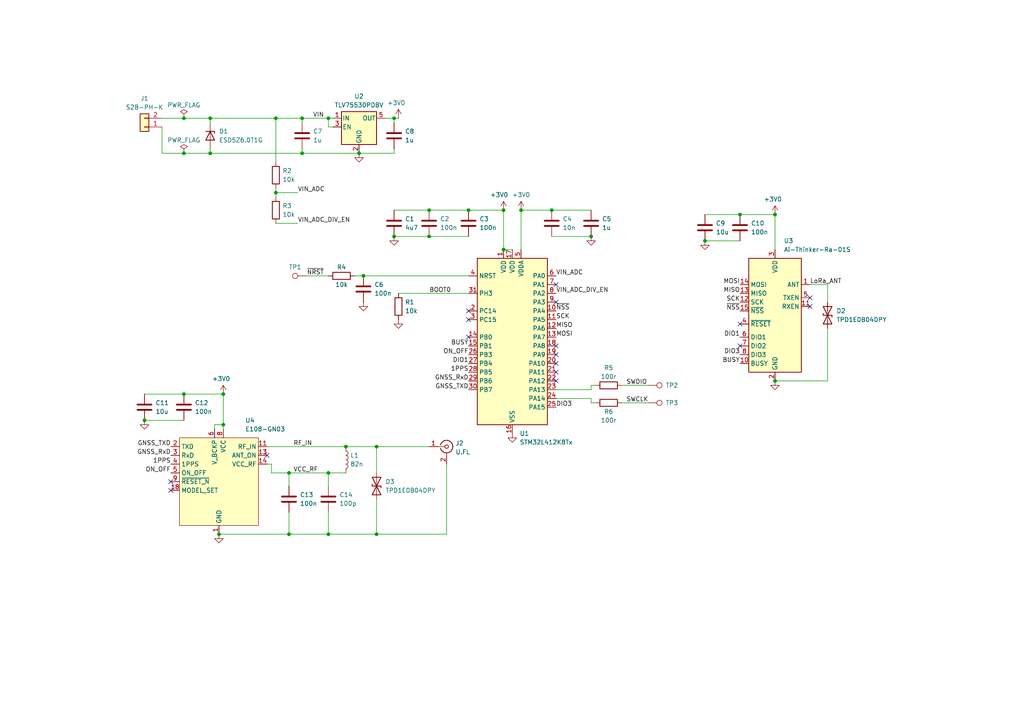
<source format=kicad_sch>
(kicad_sch (version 20250114) (generator "eeschema") (generator_version "9.0")
  (paper "A4")
  (title_block (title "CatLink Tracker") (date "2025-08-31") (rev "v0.2"))
  (lib_symbols
    (symbol "Connector:Conn_Coaxial" (pin_names (offset 1.016) (hide yes))
      (property "Reference" "J" (at 0.254 3.048 0))
      (property "Value" "Conn_Coaxial" (at 2.921 0 90))
      (symbol "Conn_Coaxial_0_1"
        (polyline (pts (xy -2.54 0) (xy -0.508 0)))
        (arc (start 1.778 0) (mid 0.222 -1.8079) (end -1.778 -0.508) (stroke (width 0.254)))
        (arc (start -1.778 0.508) (mid 0.2221 1.8084) (end 1.778 0) (stroke (width 0.254)))
        (circle (center 0 0) (radius 0.508) (stroke (width 0.2032)))
        (polyline (pts (xy 0 -2.54) (xy 0 -1.778)))
      )
      (symbol "Conn_Coaxial_1_1"
        (pin passive line (at -5.08 0 0) (length 2.54) (name "In") (number "1"))
        (pin passive line (at 0 -5.08 90) (length 2.54) (name "Ext") (number "2"))
      )
    )
    (symbol "Connector:TestPoint" (pin_numbers (hide yes)) (pin_names (offset 0.762) (hide yes))
      (property "Reference" "TP" (at 0 6.858 0))
      (property "Value" "TestPoint" (at 0 5.08 0))
      (symbol "TestPoint_0_1"
        (circle (center 0 3.302) (radius 0.762))
      )
      (symbol "TestPoint_1_1"
        (pin passive line (at 0 0 90) (length 2.54) (name "1") (number "1"))
      )
    )
    (symbol "Connector_Generic:Conn_01x02" (pin_names (offset 1.016) (hide yes))
      (property "Reference" "J" (at 0 2.54 0))
      (property "Value" "Conn_01x02" (at 0 -5.08 0))
      (symbol "Conn_01x02_1_1"
        (rectangle (start -1.27 1.27) (end 1.27 -3.81) (stroke (width 0.254)) (fill (type background)))
        (rectangle (start -1.27 0.127) (end 0 -0.127) (stroke (width 0.1524)))
        (rectangle (start -1.27 -2.413) (end 0 -2.667) (stroke (width 0.1524)))
        (pin passive line (at -5.08 0 0) (length 3.81) (name "Pin_1") (number "1"))
        (pin passive line (at -5.08 -2.54 0) (length 3.81) (name "Pin_2") (number "2"))
      )
    )
    (symbol "Custom:Ai-Thinker-Ra-01S"
      (property "Reference" "U" (at -7.62 17.78 0))
      (property "Value" "Ai-Thinker-Ra-01S" (at 13.462 17.78 0))
      (symbol "Ai-Thinker-Ra-01S_0_1"
        (rectangle (start -7.62 16.51) (end 7.62 -16.51) (stroke (width 0.254)) (fill (type background)))
      )
      (symbol "Ai-Thinker-Ra-01S_1_0"
        (pin passive line (at 10.16 8.89 180) (length 2.54) (name "ANT") (number "1"))
      )
      (symbol "Ai-Thinker-Ra-01S_1_1"
        (pin input line (at -10.16 8.89 0) (length 2.54) (name "MOSI") (number "14"))
        (pin output line (at -10.16 6.35 0) (length 2.54) (name "MISO") (number "13"))
        (pin input line (at -10.16 3.81 0) (length 2.54) (name "SCK") (number "12"))
        (pin input line (at -10.16 1.27 0) (length 2.54) (name "~{NSS}") (number "15"))
        (pin input line (at -10.16 -2.54 0) (length 2.54) (name "~{RESET}") (number "4"))
        (pin output line (at -10.16 -6.35 0) (length 2.54) (name "DIO1") (number "6"))
        (pin bidirectional line (at -10.16 -8.89 0) (length 2.54) (name "DIO2") (number "7"))
        (pin output line (at -10.16 -11.43 0) (length 2.54) (name "DIO3") (number "8"))
        (pin output line (at -10.16 -13.97 0) (length 2.54) (name "BUSY") (number "10"))
        (pin power_in line (at 0 19.05 270) (length 2.54) (name "VDD") (number "3"))
        (pin passive line (at 0 -19.05 90) (length 2.54) (hide yes) (name "GND") (number "16"))
        (pin power_in line (at 0 -19.05 90) (length 2.54) (name "GND") (number "2"))
        (pin passive line (at 0 -19.05 90) (length 2.54) (hide yes) (name "GND") (number "9"))
        (pin bidirectional line (at 10.16 5.08 180) (length 2.54) (name "TXEN") (number "5"))
        (pin bidirectional line (at 10.16 2.54 180) (length 2.54) (name "RXEN") (number "11"))
      )
    )
    (symbol "Custom:E108-GN03"
      (property "Reference" "U" (at -11.43 13.97 0))
      (property "Value" "E108-GN03" (at 13.97 13.97 0))
      (symbol "E108-GN03_1_0"
        (pin no_connect line (at 13.97 2.54 180) (length 2.54) (hide yes) (name "NC") (number "7"))
        (pin no_connect line (at 13.97 0 180) (length 2.54) (hide yes) (name "NC") (number "15"))
        (pin no_connect line (at 13.97 -2.54 180) (length 2.54) (hide yes) (name "NC") (number "16"))
        (pin no_connect line (at 13.97 -5.08 180) (length 2.54) (hide yes) (name "NC") (number "17"))
      )
      (symbol "E108-GN03_1_1"
        (rectangle (start -11.43 12.7) (end 11.43 -12.7) (fill (type color) (color 255 255 194 1)))
        (pin output line (at -13.97 10.16 0) (length 2.54) (name "TXD") (number "2"))
        (pin input line (at -13.97 7.62 0) (length 2.54) (name "RxD") (number "3"))
        (pin output line (at -13.97 5.08 0) (length 2.54) (name "1PPS") (number "4"))
        (pin input line (at -13.97 2.54 0) (length 2.54) (name "ON_OFF") (number "5"))
        (pin input line (at -13.97 0 0) (length 2.54) (name "~{RESET_N}") (number "9"))
        (pin input line (at -13.97 -2.54 0) (length 2.54) (name "MODEL_SET") (number "18"))
        (pin power_in line (at -1.27 15.24 270) (length 2.54) (name "V_BCKP") (number "6"))
        (pin power_in line (at 0 -15.24 90) (length 2.54) (name "GND") (number "1"))
        (pin passive line (at 0 -15.24 90) (length 2.54) (hide yes) (name "GND") (number "10"))
        (pin passive line (at 0 -15.24 90) (length 2.54) (hide yes) (name "GND") (number "12"))
        (pin power_in line (at 1.27 15.24 270) (length 2.54) (name "VCC") (number "8"))
        (pin input line (at 13.97 10.16 180) (length 2.54) (name "RF_IN") (number "11"))
        (pin output line (at 13.97 7.62 180) (length 2.54) (name "ANT_ON") (number "13"))
        (pin power_out line (at 13.97 5.08 180) (length 2.54) (name "VCC_RF") (number "14"))
      )
    )
    (symbol "Device:C" (pin_numbers (hide yes)) (pin_names (offset 0.254))
      (property "Reference" "C" (at 0.635 2.54 0))
      (property "Value" "C" (at 0.635 -2.54 0))
      (symbol "C_0_1"
        (polyline (pts (xy -2.032 0.762) (xy 2.032 0.762)) (stroke (width 0.508)))
        (polyline (pts (xy -2.032 -0.762) (xy 2.032 -0.762)) (stroke (width 0.508)))
      )
      (symbol "C_1_1"
        (pin passive line (at 0 3.81 270) (length 2.794) (name "~") (number "1"))
        (pin passive line (at 0 -3.81 90) (length 2.794) (name "~") (number "2"))
      )
    )
    (symbol "Device:D_TVS" (pin_numbers (hide yes)) (pin_names (offset 1.016) (hide yes))
      (property "Reference" "D" (at 0 2.54 0))
      (property "Value" "D_TVS" (at 0 -2.54 0))
      (symbol "D_TVS_0_1"
        (polyline (pts (xy -2.54 1.27) (xy -2.54 -1.27) (xy 2.54 1.27) (xy 2.54 -1.27) (xy -2.54 1.27)) (stroke (width 0.254)))
        (polyline (pts (xy 0.508 1.27) (xy 0 1.27) (xy 0 -1.27) (xy -0.508 -1.27)) (stroke (width 0.254)))
        (polyline (pts (xy 1.27 0) (xy -1.27 0)))
      )
      (symbol "D_TVS_1_1"
        (pin passive line (at -3.81 0 0) (length 2.54) (name "A1") (number "1"))
        (pin passive line (at 3.81 0 180) (length 2.54) (name "A2") (number "2"))
      )
    )
    (symbol "Device:D_Zener" (pin_numbers (hide yes)) (pin_names (offset 1.016) (hide yes))
      (property "Reference" "D" (at 0 2.54 0))
      (property "Value" "D_Zener" (at 0 -2.54 0))
      (symbol "D_Zener_0_1"
        (polyline (pts (xy -1.27 -1.27) (xy -1.27 1.27) (xy -0.762 1.27)) (stroke (width 0.254)))
        (polyline (pts (xy 1.27 0) (xy -1.27 0)))
        (polyline (pts (xy 1.27 -1.27) (xy 1.27 1.27) (xy -1.27 0) (xy 1.27 -1.27)) (stroke (width 0.254)))
      )
      (symbol "D_Zener_1_1"
        (pin passive line (at -3.81 0 0) (length 2.54) (name "K") (number "1"))
        (pin passive line (at 3.81 0 180) (length 2.54) (name "A") (number "2"))
      )
    )
    (symbol "Device:L" (pin_numbers (hide yes)) (pin_names (offset 1.016) (hide yes))
      (property "Reference" "L" (at -1.27 0 90))
      (property "Value" "L" (at 1.905 0 90))
      (symbol "L_0_1"
        (arc (start 0 2.54) (mid 0.6323 1.905) (end 0 1.27))
        (arc (start 0 1.27) (mid 0.6323 0.635) (end 0 0))
        (arc (start 0 0) (mid 0.6323 -0.635) (end 0 -1.27))
        (arc (start 0 -1.27) (mid 0.6323 -1.905) (end 0 -2.54))
      )
      (symbol "L_1_1"
        (pin passive line (at 0 3.81 270) (length 1.27) (name "1") (number "1"))
        (pin passive line (at 0 -3.81 90) (length 1.27) (name "2") (number "2"))
      )
    )
    (symbol "Device:R" (pin_numbers (hide yes)) (pin_names (offset 0))
      (property "Reference" "R" (at 2.032 0 90))
      (property "Value" "R" (at 0 0 90))
      (symbol "R_0_1"
        (rectangle (start -1.016 -2.54) (end 1.016 2.54) (stroke (width 0.254)))
      )
      (symbol "R_1_1"
        (pin passive line (at 0 3.81 270) (length 1.27) (name "~") (number "1"))
        (pin passive line (at 0 -3.81 90) (length 1.27) (name "~") (number "2"))
      )
    )
    (symbol "MCU_ST_STM32L4:STM32L412K8Tx"
      (property "Reference" "U" (at -10.16 26.67 0))
      (property "Value" "STM32L412K8Tx" (at 5.08 26.67 0))
      (symbol "STM32L412K8Tx_0_1"
        (rectangle (start -10.16 -22.86) (end 10.16 25.4) (stroke (width 0.254)) (fill (type background)))
      )
      (symbol "STM32L412K8Tx_1_1"
        (pin input line (at -12.7 20.32 0) (length 2.54) (name "NRST") (number "4"))
        (pin bidirectional line (at -12.7 15.24 0) (length 2.54) (name "PH3") (number "31"))
        (pin bidirectional line (at -12.7 10.16 0) (length 2.54) (name "PC14") (number "2"))
        (pin bidirectional line (at -12.7 7.62 0) (length 2.54) (name "PC15") (number "3"))
        (pin bidirectional line (at -12.7 2.54 0) (length 2.54) (name "PB0") (number "14"))
        (pin bidirectional line (at -12.7 0 0) (length 2.54) (name "PB1") (number "15"))
        (pin bidirectional line (at -12.7 -2.54 0) (length 2.54) (name "PB3") (number "26"))
        (pin bidirectional line (at -12.7 -5.08 0) (length 2.54) (name "PB4") (number "27"))
        (pin bidirectional line (at -12.7 -7.62 0) (length 2.54) (name "PB5") (number "28"))
        (pin bidirectional line (at -12.7 -10.16 0) (length 2.54) (name "PB6") (number "29"))
        (pin bidirectional line (at -12.7 -12.7 0) (length 2.54) (name "PB7") (number "30"))
        (pin power_in line (at -2.54 27.94 270) (length 2.54) (name "VDD") (number "1"))
        (pin power_in line (at 0 27.94 270) (length 2.54) (name "VDD") (number "17"))
        (pin power_in line (at 0 -25.4 90) (length 2.54) (name "VSS") (number "16"))
        (pin passive line (at 0 -25.4 90) (length 2.54) (hide yes) (name "VSS") (number "32"))
        (pin power_in line (at 2.54 27.94 270) (length 2.54) (name "VDDA") (number "5"))
        (pin bidirectional line (at 12.7 20.32 180) (length 2.54) (name "PA0") (number "6"))
        (pin bidirectional line (at 12.7 17.78 180) (length 2.54) (name "PA1") (number "7"))
        (pin bidirectional line (at 12.7 15.24 180) (length 2.54) (name "PA2") (number "8"))
        (pin bidirectional line (at 12.7 12.7 180) (length 2.54) (name "PA3") (number "9"))
        (pin bidirectional line (at 12.7 10.16 180) (length 2.54) (name "PA4") (number "10"))
        (pin bidirectional line (at 12.7 7.62 180) (length 2.54) (name "PA5") (number "11"))
        (pin bidirectional line (at 12.7 5.08 180) (length 2.54) (name "PA6") (number "12"))
        (pin bidirectional line (at 12.7 2.54 180) (length 2.54) (name "PA7") (number "13"))
        (pin bidirectional line (at 12.7 0 180) (length 2.54) (name "PA8") (number "18"))
        (pin bidirectional line (at 12.7 -2.54 180) (length 2.54) (name "PA9") (number "19"))
        (pin bidirectional line (at 12.7 -5.08 180) (length 2.54) (name "PA10") (number "20"))
        (pin bidirectional line (at 12.7 -7.62 180) (length 2.54) (name "PA11") (number "21"))
        (pin bidirectional line (at 12.7 -10.16 180) (length 2.54) (name "PA12") (number "22"))
        (pin bidirectional line (at 12.7 -12.7 180) (length 2.54) (name "PA13") (number "23"))
        (pin bidirectional line (at 12.7 -15.24 180) (length 2.54) (name "PA14") (number "24"))
        (pin bidirectional line (at 12.7 -17.78 180) (length 2.54) (name "PA15") (number "25"))
      )
    )
    (symbol "Regulator_Linear:TLV75530PDBV" (pin_names (offset 0.254))
      (property "Reference" "U" (at -3.81 5.715 0))
      (property "Value" "TLV75530PDBV" (at 0 5.715 0))
      (symbol "TLV75530PDBV_0_1"
        (rectangle (start -5.08 4.445) (end 5.08 -5.08) (stroke (width 0.254)) (fill (type background)))
      )
      (symbol "TLV75530PDBV_1_1"
        (pin power_in line (at -7.62 2.54 0) (length 2.54) (name "IN") (number "1"))
        (pin input line (at -7.62 0 0) (length 2.54) (name "EN") (number "3"))
        (pin power_in line (at 0 -7.62 90) (length 2.54) (name "GND") (number "2"))
        (pin no_connect line (at 5.08 0 180) (length 2.54) (hide yes) (name "NC") (number "4"))
        (pin power_out line (at 7.62 2.54 180) (length 2.54) (name "OUT") (number "5"))
      )
    )
    (symbol "power:+3V0" (power) (pin_numbers (hide yes)) (pin_names (offset 0) (hide yes))
      (property "Value" "+3V0" (at 0 3.556 0))
      (symbol "+3V0_0_1"
        (polyline (pts (xy -0.762 1.27) (xy 0 2.54)))
        (polyline (pts (xy 0 2.54) (xy 0.762 1.27)))
        (polyline (pts (xy 0 0) (xy 0 2.54)))
      )
      (symbol "+3V0_1_1"
        (pin power_in line (at 0 0 90) (length 0) (name "~") (number "1"))
      )
    )
    (symbol "power:GND" (power) (pin_numbers (hide yes)) (pin_names (offset 0) (hide yes))
      (property "Value" "GND" (at 0 -3.81 0))
      (symbol "GND_0_1"
        (polyline (pts (xy 0 0) (xy 0 -1.27) (xy 1.27 -1.27) (xy 0 -2.54) (xy -1.27 -1.27) (xy 0 -1.27)))
      )
      (symbol "GND_1_1"
        (pin power_in line (at 0 0 270) (length 0) (name "~") (number "1"))
      )
    )
    (symbol "power:PWR_FLAG" (power) (pin_numbers (hide yes)) (pin_names (offset 0) (hide yes))
      (property "Value" "PWR_FLAG" (at 0 3.81 0))
      (symbol "PWR_FLAG_0_0"
        (pin power_out line (at 0 0 90) (length 0) (name "~") (number "1"))
      )
      (symbol "PWR_FLAG_0_1"
        (polyline (pts (xy 0 0) (xy 0 1.27) (xy -1.016 1.905) (xy 0 2.54) (xy 1.016 1.905) (xy 0 1.27)))
      )
    )
  )
  (junction (at 114.3 68.58))
  (junction (at 95.25 34.29))
  (junction (at 95.25 137.16))
  (junction (at 60.96 34.29))
  (junction (at 114.3 34.29))
  (junction (at 124.46 68.58))
  (junction (at 109.22 129.54))
  (junction (at 214.63 62.23))
  (junction (at 83.82 154.94))
  (junction (at 80.01 55.88))
  (junction (at 204.47 69.85))
  (junction (at 109.22 154.94))
  (junction (at 151.13 60.96))
  (junction (at 83.82 137.16))
  (junction (at 53.34 34.29))
  (junction (at 87.63 34.29))
  (junction (at 160.02 60.96))
  (junction (at 146.05 60.96))
  (junction (at 171.45 68.58))
  (junction (at 105.41 80.01))
  (junction (at 100.33 129.54))
  (junction (at 224.79 62.23))
  (junction (at 64.77 114.3))
  (junction (at 64.77 123.19))
  (junction (at 95.25 154.94))
  (junction (at 41.91 121.92))
  (junction (at 224.79 110.49))
  (junction (at 53.34 44.45))
  (junction (at 135.89 60.96))
  (junction (at 63.5 154.94))
  (junction (at 104.14 44.45))
  (junction (at 87.63 44.45))
  (junction (at 146.05 72.39))
  (junction (at 80.01 34.29))
  (junction (at 124.46 60.96))
  (junction (at 60.96 44.45))
  (junction (at 53.34 114.3))
  (no_connect (at 135.89 92.71))
  (no_connect (at 234.95 86.36))
  (no_connect (at 161.29 100.33))
  (no_connect (at 49.53 139.7))
  (no_connect (at 77.47 132.08))
  (no_connect (at 49.53 142.24))
  (no_connect (at 161.29 82.55))
  (no_connect (at 214.63 100.33))
  (no_connect (at 161.29 87.63))
  (no_connect (at 161.29 107.95))
  (no_connect (at 161.29 102.87))
  (no_connect (at 234.95 88.9))
  (no_connect (at 135.89 97.79))
  (no_connect (at 135.89 90.17))
  (no_connect (at 161.29 110.49))
  (no_connect (at 161.29 105.41))
  (no_connect (at 214.63 93.98))
  (wire (pts (xy 80.01 34.29) (xy 80.01 46.99)))
  (wire (pts (xy 83.82 140.97) (xy 83.82 137.16)))
  (wire (pts (xy 114.3 44.45) (xy 104.14 44.45)))
  (wire (pts (xy 60.96 43.18) (xy 60.96 44.45)))
  (wire (pts (xy 95.25 80.01) (xy 88.9 80.01)))
  (wire (pts (xy 111.76 34.29) (xy 114.3 34.29)))
  (wire (pts (xy 171.45 115.57) (xy 161.29 115.57)))
  (wire (pts (xy 129.54 134.62) (xy 129.54 154.94)))
  (wire (pts (xy 87.63 43.18) (xy 87.63 44.45)))
  (wire (pts (xy 146.05 60.96) (xy 146.05 72.39)))
  (wire (pts (xy 95.25 140.97) (xy 95.25 137.16)))
  (wire (pts (xy 83.82 148.59) (xy 83.82 154.94)))
  (wire (pts (xy 109.22 129.54) (xy 109.22 137.16)))
  (wire (pts (xy 80.01 55.88) (xy 80.01 54.61)))
  (wire (pts (xy 105.41 80.01) (xy 135.89 80.01)))
  (wire (pts (xy 109.22 144.78) (xy 109.22 154.94)))
  (wire (pts (xy 171.45 111.76) (xy 171.45 113.03)))
  (wire (pts (xy 95.25 148.59) (xy 95.25 154.94)))
  (wire (pts (xy 135.89 60.96) (xy 146.05 60.96)))
  (wire (pts (xy 224.79 110.49) (xy 240.03 110.49)))
  (wire (pts (xy 41.91 114.3) (xy 53.34 114.3)))
  (wire (pts (xy 78.74 137.16) (xy 83.82 137.16)))
  (wire (pts (xy 53.34 34.29) (xy 60.96 34.29)))
  (wire (pts (xy 78.74 134.62) (xy 77.47 134.62)))
  (wire (pts (xy 204.47 62.23) (xy 214.63 62.23)))
  (wire (pts (xy 62.23 124.46) (xy 62.23 123.19)))
  (wire (pts (xy 41.91 121.92) (xy 53.34 121.92)))
  (wire (pts (xy 171.45 116.84) (xy 172.72 116.84)))
  (wire (pts (xy 78.74 134.62) (xy 78.74 137.16)))
  (wire (pts (xy 115.57 85.09) (xy 135.89 85.09)))
  (wire (pts (xy 160.02 68.58) (xy 171.45 68.58)))
  (wire (pts (xy 62.23 123.19) (xy 64.77 123.19)))
  (wire (pts (xy 95.25 154.94) (xy 109.22 154.94)))
  (wire (pts (xy 64.77 123.19) (xy 64.77 124.46)))
  (wire (pts (xy 171.45 116.84) (xy 171.45 115.57)))
  (wire (pts (xy 83.82 154.94) (xy 95.25 154.94)))
  (wire (pts (xy 102.87 80.01) (xy 105.41 80.01)))
  (wire (pts (xy 60.96 35.56) (xy 60.96 34.29)))
  (wire (pts (xy 95.25 137.16) (xy 100.33 137.16)))
  (wire (pts (xy 100.33 129.54) (xy 109.22 129.54)))
  (wire (pts (xy 46.99 44.45) (xy 53.34 44.45)))
  (wire (pts (xy 53.34 114.3) (xy 64.77 114.3)))
  (wire (pts (xy 129.54 154.94) (xy 109.22 154.94)))
  (wire (pts (xy 87.63 35.56) (xy 87.63 34.29)))
  (wire (pts (xy 86.36 55.88) (xy 80.01 55.88)))
  (wire (pts (xy 83.82 137.16) (xy 95.25 137.16)))
  (wire (pts (xy 124.46 68.58) (xy 135.89 68.58)))
  (wire (pts (xy 234.95 82.55) (xy 240.03 82.55)))
  (wire (pts (xy 95.25 36.83) (xy 95.25 34.29)))
  (wire (pts (xy 160.02 60.96) (xy 171.45 60.96)))
  (wire (pts (xy 60.96 44.45) (xy 87.63 44.45)))
  (wire (pts (xy 171.45 111.76) (xy 172.72 111.76)))
  (wire (pts (xy 96.52 36.83) (xy 95.25 36.83)))
  (wire (pts (xy 114.3 35.56) (xy 114.3 34.29)))
  (wire (pts (xy 46.99 34.29) (xy 53.34 34.29)))
  (wire (pts (xy 124.46 60.96) (xy 135.89 60.96)))
  (wire (pts (xy 151.13 60.96) (xy 160.02 60.96)))
  (wire (pts (xy 114.3 68.58) (xy 124.46 68.58)))
  (wire (pts (xy 240.03 82.55) (xy 240.03 87.63)))
  (wire (pts (xy 80.01 64.77) (xy 86.36 64.77)))
  (wire (pts (xy 151.13 60.96) (xy 151.13 72.39)))
  (wire (pts (xy 204.47 69.85) (xy 214.63 69.85)))
  (wire (pts (xy 95.25 34.29) (xy 96.52 34.29)))
  (wire (pts (xy 87.63 44.45) (xy 104.14 44.45)))
  (wire (pts (xy 63.5 154.94) (xy 83.82 154.94)))
  (wire (pts (xy 80.01 34.29) (xy 87.63 34.29)))
  (wire (pts (xy 180.34 116.84) (xy 187.96 116.84)))
  (wire (pts (xy 224.79 62.23) (xy 224.79 72.39)))
  (wire (pts (xy 114.3 60.96) (xy 124.46 60.96)))
  (wire (pts (xy 64.77 114.3) (xy 64.77 123.19)))
  (wire (pts (xy 240.03 95.25) (xy 240.03 110.49)))
  (wire (pts (xy 146.05 72.39) (xy 148.59 72.39)))
  (wire (pts (xy 80.01 57.15) (xy 80.01 55.88)))
  (wire (pts (xy 115.57 34.29) (xy 114.3 34.29)))
  (wire (pts (xy 214.63 62.23) (xy 224.79 62.23)))
  (wire (pts (xy 53.34 44.45) (xy 60.96 44.45)))
  (wire (pts (xy 77.47 129.54) (xy 100.33 129.54)))
  (wire (pts (xy 114.3 43.18) (xy 114.3 44.45)))
  (wire (pts (xy 46.99 36.83) (xy 46.99 44.45)))
  (wire (pts (xy 171.45 113.03) (xy 161.29 113.03)))
  (wire (pts (xy 109.22 129.54) (xy 124.46 129.54)))
  (wire (pts (xy 87.63 34.29) (xy 95.25 34.29)))
  (wire (pts (xy 60.96 34.29) (xy 80.01 34.29)))
  (wire (pts (xy 180.34 111.76) (xy 187.96 111.76)))
  (label "GNSS_TXD" (at 135.89 113.03 180))
  (label "~{NRST}" (at 93.98 80.01 180))
  (label "VIN_ADC_DIV_EN" (at 161.29 85.09 0))
  (label "SWDIO" (at 181.61 111.76 0))
  (label "BUSY" (at 214.63 105.41 180))
  (label "DIO3" (at 161.29 118.11 0))
  (label "SCK" (at 214.63 87.63 180))
  (label "~{NSS}" (at 161.29 90.17 0))
  (label "MISO" (at 214.63 85.09 180))
  (label "RF_IN" (at 85.09 129.54 0))
  (label "ON_OFF" (at 135.89 102.87 180))
  (label "DIO3" (at 214.63 102.87 180))
  (label "VIN" (at 93.98 34.29 180))
  (label "VCC_RF" (at 85.09 137.16 0))
  (label "BUSY" (at 135.89 100.33 180))
  (label "1PPS" (at 49.53 134.62 180))
  (label "1PPS" (at 135.89 107.95 180))
  (label "MOSI" (at 214.63 82.55 180))
  (label "VIN_ADC" (at 161.29 80.01 0))
  (label "DIO1" (at 214.63 97.79 180))
  (label "~{NSS}" (at 214.63 90.17 180))
  (label "DIO1" (at 135.89 105.41 180))
  (label "MOSI" (at 161.29 97.79 0))
  (label "GNSS_RxD" (at 135.89 110.49 180))
  (label "GNSS_TXD" (at 49.53 129.54 180))
  (label "VIN_ADC" (at 86.36 55.88 0))
  (label "MISO" (at 161.29 95.25 0))
  (label "VIN_ADC_DIV_EN" (at 86.36 64.77 0))
  (label "BOOT0" (at 130.81 85.09 180))
  (label "SCK" (at 161.29 92.71 0))
  (label "ON_OFF" (at 49.53 137.16 180))
  (label "LoRa_ANT" (at 234.95 82.55 0))
  (label "SWCLK" (at 181.61 116.84 0))
  (label "GNSS_RxD" (at 49.53 132.08 180))
  (symbol (lib_id "Device:R") (at 80.01 60.96 0) (unit 1)
    (property "Reference" "R3" (at 81.915 59.6899 0) (effects (justify left)))
    (property "Value" "10k" (at 81.915 62.2299 0) (effects (justify left)))
    (property "Footprint" "Custom:R_0603_1608Metric" (effects (hide yes)))
    (property "Description" "Resistor" (effects (hide yes)))
  )
  (symbol (lib_id "Device:R") (at 115.57 88.9 0) (unit 1)
    (property "Reference" "R1" (at 117.475 87.6299 0) (effects (justify left)))
    (property "Value" "10k" (at 117.475 90.1699 0) (effects (justify left)))
    (property "Footprint" "Custom:R_0603_1608Metric" (effects (hide yes)))
    (property "Description" "Resistor" (effects (hide yes)))
  )
  (symbol (lib_id "Custom:E108-GN03") (at 63.5 139.7 0) (unit 1)
    (property "Reference" "U4" (at 71.12 121.92 0) (effects (justify left)))
    (property "Value" "E108-GN03" (at 71.12 124.46 0) (effects (justify left)))
    (property "Footprint" "Custom:E108-GN03" (effects (hide yes)))
  )
  (symbol (lib_id "Connector:TestPoint") (at 187.96 111.76 270) (unit 1)
    (property "Reference" "TP2" (at 193.04 111.7599 90) (effects (justify left)))
    (property "Value" "TestPoint" (effects (hide yes)))
    (property "Footprint" "Custom:TestPoint_THT_D1.4mm_Drill0.8mm" (effects (hide yes)))
    (property "Description" "test point" (effects (hide yes)))
  )
  (symbol (lib_id "Connector:TestPoint") (at 88.9 80.01 90) (unit 1)
    (property "Reference" "TP1" (at 85.598 77.47 90))
    (property "Value" "TestPoint" (effects (hide yes)))
    (property "Footprint" "Custom:TestPoint_THT_D1.4mm_Drill0.8mm" (effects (hide yes)))
    (property "Description" "test point" (effects (hide yes)))
  )
  (symbol (lib_id "Device:C") (at 87.63 39.37 0) (unit 1)
    (property "Reference" "C7" (at 90.805 38.1 0) (effects (justify left)))
    (property "Value" "1u" (at 90.805 40.64 0) (effects (justify left)))
    (property "Footprint" "Custom:C_0603_1608Metric" (effects (hide yes)))
    (property "Description" "Unpolarized capacitor" (effects (hide yes)))
  )
  (symbol (lib_id "Device:C") (at 53.34 118.11 0) (unit 1)
    (property "Reference" "C12" (at 56.515 116.84 0) (effects (justify left)))
    (property "Value" "100n" (at 56.515 119.38 0) (effects (justify left)))
    (property "Footprint" "Custom:C_0603_1608Metric" (effects (hide yes)))
    (property "Description" "Unpolarized capacitor" (effects (hide yes)))
  )
  (symbol (lib_id "Device:C") (at 171.45 64.77 0) (unit 1)
    (property "Reference" "C5" (at 174.625 63.5 0) (effects (justify left)))
    (property "Value" "1u" (at 174.625 66.04 0) (effects (justify left)))
    (property "Footprint" "Custom:C_0603_1608Metric" (effects (hide yes)))
    (property "Description" "Unpolarized capacitor" (effects (hide yes)))
  )
  (symbol (lib_id "power:GND") (at 115.57 92.71 0) (unit 1)
    (property "Reference" "#PWR07" (effects (hide yes)))
    (property "Value" "GND" (effects (hide yes)))
    (property "Description" "Power symbol creates a global label with name \"GND\" , ground" (effects (hide yes)))
  )
  (symbol (lib_id "power:GND") (at 104.14 44.45 0) (unit 1)
    (property "Reference" "#PWR08" (effects (hide yes)))
    (property "Value" "GND" (effects (hide yes)))
    (property "Description" "Power symbol creates a global label with name \"GND\" , ground" (effects (hide yes)))
  )
  (symbol (lib_id "Connector:TestPoint") (at 187.96 116.84 270) (unit 1)
    (property "Reference" "TP3" (at 193.04 116.8399 90) (effects (justify left)))
    (property "Value" "TestPoint" (effects (hide yes)))
    (property "Footprint" "Custom:TestPoint_THT_D1.4mm_Drill0.8mm" (effects (hide yes)))
    (property "Description" "test point" (effects (hide yes)))
  )
  (symbol (lib_id "Connector_Generic:Conn_01x02") (at 41.91 36.83 180) (unit 1)
    (property "Reference" "J1" (at 41.91 28.575 0))
    (property "Value" "S2B-PH-K" (at 41.91 31.115 0))
    (property "Footprint" "Connector_JST:JST_PH_S2B-PH-K_1x02_P2.00mm_Horizontal" (effects (hide yes)))
    (property "Description" "Generic connector, single row, 01x02, script generated (kicad-library-utils/schlib/autogen/connector/)" (effects (hide yes)))
  )
  (symbol (lib_id "power:+3V0") (at 146.05 60.96 0) (unit 1)
    (property "Reference" "#PWR01" (effects (hide yes)))
    (property "Value" "+3V0" (at 144.78 56.515 0))
    (property "Description" "Power symbol creates a global label with name \"+3V0\"" (effects (hide yes)))
  )
  (symbol (lib_id "power:GND") (at 171.45 68.58 0) (unit 1)
    (property "Reference" "#PWR04" (effects (hide yes)))
    (property "Value" "GND" (effects (hide yes)))
    (property "Description" "Power symbol creates a global label with name \"GND\" , ground" (effects (hide yes)))
  )
  (symbol (lib_id "power:PWR_FLAG") (at 53.34 44.45 0) (unit 1)
    (property "Reference" "#FLG01" (effects (hide yes)))
    (property "Value" "PWR_FLAG" (at 53.34 40.64 0))
    (property "Description" "Special symbol for telling ERC where power comes from" (effects (hide yes)))
  )
  (symbol (lib_id "Device:R") (at 176.53 116.84 90) (unit 1)
    (property "Reference" "R6" (at 176.53 119.38 90))
    (property "Value" "100r" (at 176.53 121.92 90))
    (property "Footprint" "Custom:R_0603_1608Metric" (effects (hide yes)))
    (property "Description" "Resistor" (effects (hide yes)))
  )
  (symbol (lib_id "Device:C") (at 124.46 64.77 0) (unit 1)
    (property "Reference" "C2" (at 127.635 63.5 0) (effects (justify left)))
    (property "Value" "100n" (at 127.635 66.04 0) (effects (justify left)))
    (property "Footprint" "Custom:C_0603_1608Metric" (effects (hide yes)))
    (property "Description" "Unpolarized capacitor" (effects (hide yes)))
  )
  (symbol (lib_id "Device:C") (at 105.41 83.82 0) (unit 1)
    (property "Reference" "C6" (at 108.585 82.55 0) (effects (justify left)))
    (property "Value" "100n" (at 108.585 85.09 0) (effects (justify left)))
    (property "Footprint" "Custom:C_0603_1608Metric" (effects (hide yes)))
    (property "Description" "Unpolarized capacitor" (effects (hide yes)))
  )
  (symbol (lib_id "Device:C") (at 204.47 66.04 0) (unit 1)
    (property "Reference" "C9" (at 207.645 64.77 0) (effects (justify left)))
    (property "Value" "10u" (at 207.645 67.31 0) (effects (justify left)))
    (property "Footprint" "Custom:C_0805_2012Metric" (effects (hide yes)))
    (property "Description" "Unpolarized capacitor" (effects (hide yes)))
  )
  (symbol (lib_id "Device:C") (at 160.02 64.77 0) (unit 1)
    (property "Reference" "C4" (at 163.195 63.5 0) (effects (justify left)))
    (property "Value" "10n" (at 163.195 66.04 0) (effects (justify left)))
    (property "Footprint" "Custom:C_0603_1608Metric" (effects (hide yes)))
    (property "Description" "Unpolarized capacitor" (effects (hide yes)))
  )
  (symbol (lib_id "power:PWR_FLAG") (at 53.34 34.29 0) (unit 1)
    (property "Reference" "#FLG02" (effects (hide yes)))
    (property "Value" "PWR_FLAG" (at 53.34 30.48 0))
    (property "Description" "Special symbol for telling ERC where power comes from" (effects (hide yes)))
  )
  (symbol (lib_id "power:+3V0") (at 64.77 114.3 0) (unit 1)
    (property "Reference" "#PWR014" (effects (hide yes)))
    (property "Value" "+3V0" (at 64.135 109.855 0))
    (property "Description" "Power symbol creates a global label with name \"+3V0\"" (effects (hide yes)))
  )
  (symbol (lib_id "Device:C") (at 83.82 144.78 0) (unit 1)
    (property "Reference" "C13" (at 86.995 143.51 0) (effects (justify left)))
    (property "Value" "100n" (at 86.995 146.05 0) (effects (justify left)))
    (property "Footprint" "Custom:C_0603_1608Metric" (effects (hide yes)))
    (property "Description" "Unpolarized capacitor" (effects (hide yes)))
  )
  (symbol (lib_id "power:+3V0") (at 224.79 62.23 0) (unit 1)
    (property "Reference" "#PWR011" (effects (hide yes)))
    (property "Value" "+3V0" (at 224.155 57.785 0))
    (property "Description" "Power symbol creates a global label with name \"+3V0\"" (effects (hide yes)))
  )
  (symbol (lib_id "Device:R") (at 176.53 111.76 90) (unit 1)
    (property "Reference" "R5" (at 176.53 106.68 90))
    (property "Value" "100r" (at 176.53 109.22 90))
    (property "Footprint" "Custom:R_0603_1608Metric" (effects (hide yes)))
    (property "Description" "Resistor" (effects (hide yes)))
  )
  (symbol (lib_id "Device:C") (at 214.63 66.04 0) (unit 1)
    (property "Reference" "C10" (at 217.805 64.77 0) (effects (justify left)))
    (property "Value" "100n" (at 217.805 67.31 0) (effects (justify left)))
    (property "Footprint" "Custom:C_0603_1608Metric" (effects (hide yes)))
    (property "Description" "Unpolarized capacitor" (effects (hide yes)))
  )
  (symbol (lib_id "power:GND") (at 204.47 69.85 0) (unit 1)
    (property "Reference" "#PWR012" (effects (hide yes)))
    (property "Value" "GND" (effects (hide yes)))
    (property "Description" "Power symbol creates a global label with name \"GND\" , ground" (effects (hide yes)))
  )
  (symbol (lib_id "Connector:Conn_Coaxial") (at 129.54 129.54 0) (unit 1)
    (property "Reference" "J2" (at 132.08 128.5631 0) (effects (justify left)))
    (property "Value" "U.FL" (at 132.08 131.1031 0) (effects (justify left)))
    (property "Footprint" "Connector_Coaxial:U.FL_Hirose_U.FL-R-SMT-1_Vertical" (effects (hide yes)))
    (property "Description" "coaxial connector (BNC, SMA, SMB, SMC, Cinch/RCA, LEMO, ...)" (effects (hide yes)))
  )
  (symbol (lib_id "Device:C") (at 135.89 64.77 0) (unit 1)
    (property "Reference" "C3" (at 139.065 63.5 0) (effects (justify left)))
    (property "Value" "100n" (at 139.065 66.04 0) (effects (justify left)))
    (property "Footprint" "Custom:C_0603_1608Metric" (effects (hide yes)))
    (property "Description" "Unpolarized capacitor" (effects (hide yes)))
  )
  (symbol (lib_id "power:GND") (at 224.79 110.49 0) (unit 1)
    (property "Reference" "#PWR010" (effects (hide yes)))
    (property "Value" "GND" (effects (hide yes)))
    (property "Description" "Power symbol creates a global label with name \"GND\" , ground" (effects (hide yes)))
  )
  (symbol (lib_id "Custom:Ai-Thinker-Ra-01S") (at 224.79 91.44 0) (unit 1)
    (property "Reference" "U3" (at 227.33 69.85 0) (effects (justify left)))
    (property "Value" "Ai-Thinker-Ra-01S" (at 227.33 72.39 0) (effects (justify left)))
    (property "Footprint" "Custom:Ai-Thinker-Ra-01S" (effects (hide yes)))
    (property "Description" "Ai-Thinker Ra-01S 410-525 MHz LoRa Module, SPI interface, external antenna" (effects (hide yes)))
  )
  (symbol (lib_id "Device:R") (at 99.06 80.01 90) (unit 1)
    (property "Reference" "R4" (at 99.06 77.47 90))
    (property "Value" "10k" (at 99.06 82.55 90))
    (property "Footprint" "Custom:R_0603_1608Metric" (effects (hide yes)))
    (property "Description" "Resistor" (effects (hide yes)))
  )
  (symbol (lib_id "power:GND") (at 114.3 68.58 0) (unit 1)
    (property "Reference" "#PWR02" (effects (hide yes)))
    (property "Value" "GND" (effects (hide yes)))
    (property "Description" "Power symbol creates a global label with name \"GND\" , ground" (effects (hide yes)))
  )
  (symbol (lib_id "power:GND") (at 63.5 154.94 0) (unit 1)
    (property "Reference" "#PWR015" (effects (hide yes)))
    (property "Value" "GND" (effects (hide yes)))
    (property "Description" "Power symbol creates a global label with name \"GND\" , ground" (effects (hide yes)))
  )
  (symbol (lib_id "Device:D_TVS") (at 240.03 91.44 270) (unit 1)
    (property "Reference" "D2" (at 242.57 90.17 90) (effects (justify left)))
    (property "Value" "TPD1E0B04DPY" (at 242.57 92.71 90) (effects (justify left)))
    (property "Footprint" "Custom:D_Texas_DPY0002A_0.6x1mm_P0.65mm" (effects (hide yes)))
    (property "Description" "Bidirectional transient-voltage-suppression diode" (effects (hide yes)))
  )
  (symbol (lib_id "Regulator_Linear:TLV75530PDBV") (at 104.14 36.83 0) (unit 1)
    (property "Reference" "U2" (at 104.14 27.94 0))
    (property "Value" "TLV75530PDBV" (at 104.14 30.48 0))
    (property "Footprint" "Custom:SOT-23-5" (effects (hide yes)))
    (property "Datasheet" "http://www.ti.com/lit/ds/symlink/tlv755p.pdf" (effects (hide yes)))
    (property "Description" "500mA Low Dropout Voltage Regulator, Fixed Output 3.0V, SOT-23-5" (effects (hide yes)))
  )
  (symbol (lib_id "Device:C") (at 41.91 118.11 0) (unit 1)
    (property "Reference" "C11" (at 45.085 116.84 0) (effects (justify left)))
    (property "Value" "10u" (at 45.085 119.38 0) (effects (justify left)))
    (property "Footprint" "Custom:C_0805_2012Metric" (effects (hide yes)))
    (property "Description" "Unpolarized capacitor" (effects (hide yes)))
  )
  (symbol (lib_id "Device:R") (at 80.01 50.8 0) (unit 1)
    (property "Reference" "R2" (at 81.915 49.5299 0) (effects (justify left)))
    (property "Value" "10k" (at 81.915 52.0699 0) (effects (justify left)))
    (property "Footprint" "Custom:R_0603_1608Metric" (effects (hide yes)))
    (property "Description" "Resistor" (effects (hide yes)))
  )
  (symbol (lib_id "power:+3V0") (at 151.13 60.96 0) (unit 1)
    (property "Reference" "#PWR03" (effects (hide yes)))
    (property "Value" "+3V0" (at 151.13 56.515 0))
    (property "Description" "Power symbol creates a global label with name \"+3V0\"" (effects (hide yes)))
  )
  (symbol (lib_id "Device:D_TVS") (at 109.22 140.97 270) (unit 1)
    (property "Reference" "D3" (at 111.76 139.7 90) (effects (justify left)))
    (property "Value" "TPD1E0B04DPY" (at 111.76 142.24 90) (effects (justify left)))
    (property "Footprint" "Custom:D_Texas_DPY0002A_0.6x1mm_P0.65mm" (effects (hide yes)))
    (property "Description" "Bidirectional transient-voltage-suppression diode" (effects (hide yes)))
  )
  (symbol (lib_id "power:GND") (at 148.59 125.73 0) (unit 1)
    (property "Reference" "#PWR05" (effects (hide yes)))
    (property "Value" "GND" (effects (hide yes)))
    (property "Description" "Power symbol creates a global label with name \"GND\" , ground" (effects (hide yes)))
  )
  (symbol (lib_id "Device:D_Zener") (at 60.96 39.37 270) (unit 1)
    (property "Reference" "D1" (at 63.5 38.0999 90) (effects (justify left)))
    (property "Value" "ESD5Z6.0T1G" (at 63.5 40.6399 90) (effects (justify left)))
    (property "Footprint" "Custom:D_SOD-523" (effects (hide yes)))
    (property "Description" "Zener diode" (effects (hide yes)))
  )
  (symbol (lib_id "power:GND") (at 105.41 87.63 0) (unit 1)
    (property "Reference" "#PWR06" (effects (hide yes)))
    (property "Value" "GND" (effects (hide yes)))
    (property "Description" "Power symbol creates a global label with name \"GND\" , ground" (effects (hide yes)))
  )
  (symbol (lib_id "Device:C") (at 95.25 144.78 0) (unit 1)
    (property "Reference" "C14" (at 98.425 143.51 0) (effects (justify left)))
    (property "Value" "100p" (at 98.425 146.05 0) (effects (justify left)))
    (property "Footprint" "Custom:C_0603_1608Metric" (effects (hide yes)))
    (property "Description" "Unpolarized capacitor" (effects (hide yes)))
  )
  (symbol (lib_id "MCU_ST_STM32L4:STM32L412K8Tx") (at 148.59 100.33 0) (unit 1)
    (property "Reference" "U1" (at 150.7333 125.73 0) (effects (justify left)))
    (property "Value" "STM32L412K8Tx" (at 150.7333 128.27 0) (effects (justify left)))
    (property "Footprint" "Custom:LQFP-32_7x7mm_P0.8mm" (effects (hide yes)))
    (property "Datasheet" "https://www.st.com/resource/en/datasheet/stm32l412k8.pdf" (effects (hide yes)))
    (property "Description" "STMicroelectronics Arm Cortex-M4 MCU, 64KB flash, 40KB RAM, 80 MHz, 1.71-3.6V, 26 GPIO, LQFP32" (effects (hide yes)))
  )
  (symbol (lib_id "power:+3V0") (at 115.57 34.29 0) (unit 1)
    (property "Reference" "#PWR09" (effects (hide yes)))
    (property "Value" "+3V0" (at 114.935 29.845 0))
    (property "Description" "Power symbol creates a global label with name \"+3V0\"" (effects (hide yes)))
  )
  (symbol (lib_id "Device:C") (at 114.3 64.77 0) (unit 1)
    (property "Reference" "C1" (at 117.475 63.5 0) (effects (justify left)))
    (property "Value" "4u7" (at 117.475 66.04 0) (effects (justify left)))
    (property "Footprint" "Custom:C_0603_1608Metric" (effects (hide yes)))
    (property "Description" "Unpolarized capacitor" (effects (hide yes)))
  )
  (symbol (lib_id "Device:C") (at 114.3 39.37 0) (unit 1)
    (property "Reference" "C8" (at 117.475 38.1 0) (effects (justify left)))
    (property "Value" "1u" (at 117.475 40.64 0) (effects (justify left)))
    (property "Footprint" "Custom:C_0603_1608Metric" (effects (hide yes)))
    (property "Description" "Unpolarized capacitor" (effects (hide yes)))
  )
  (symbol (lib_id "power:GND") (at 41.91 121.92 0) (unit 1)
    (property "Reference" "#PWR013" (effects (hide yes)))
    (property "Value" "GND" (effects (hide yes)))
    (property "Description" "Power symbol creates a global label with name \"GND\" , ground" (effects (hide yes)))
  )
  (symbol (lib_id "Device:L") (at 100.33 133.35 0) (unit 1)
    (property "Reference" "L1" (at 101.6 132.0799 0) (effects (justify left)))
    (property "Value" "82n" (at 101.6 134.6199 0) (effects (justify left)))
    (property "Footprint" "Custom:L_0603_1608Metric" (effects (hide yes)))
    (property "Description" "Inductor" (effects (hide yes)))
  )
)
</source>
